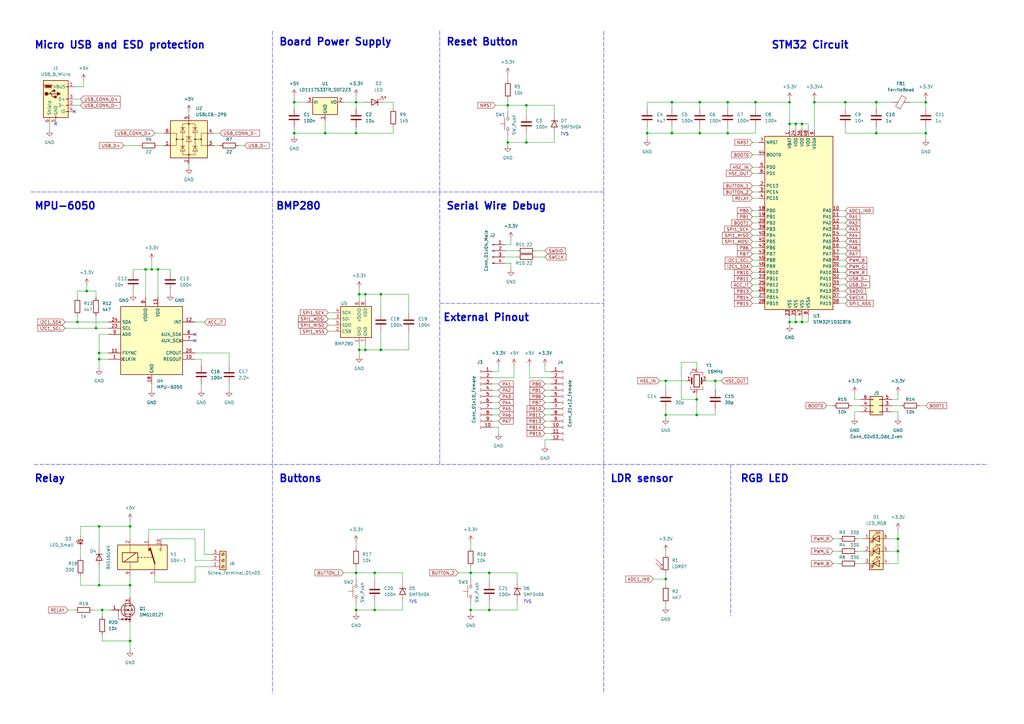
<source format=kicad_sch>
(kicad_sch (version 20211123) (generator eeschema)
  (paper "A3")
  (title_block (title "STM32F103C8T6Duino") (date "2023-02-16") (company "Zenith Aerospace"))
  (junction (at 293.37 156.21))
  (junction (at 285.75 163.83))
  (junction (at 146.05 54.61))
  (junction (at 273.05 156.21))
  (junction (at 40.64 215.9))
  (junction (at 35.56 119.38))
  (junction (at 334.01 41.91))
  (junction (at 379.73 54.61))
  (junction (at 149.86 143.51))
  (junction (at 359.41 41.91))
  (junction (at 149.86 120.65))
  (junction (at 323.85 132.08))
  (junction (at 273.05 237.49))
  (junction (at 309.88 41.91))
  (junction (at 120.65 41.91))
  (junction (at 41.91 250.19))
  (junction (at 275.59 54.61))
  (junction (at 40.64 144.78))
  (junction (at 215.9 58.42))
  (junction (at 287.02 54.61))
  (junction (at 120.65 54.61))
  (junction (at 62.23 110.49))
  (junction (at 153.67 234.95))
  (junction (at 200.66 234.95))
  (junction (at 298.45 54.61))
  (junction (at 328.93 132.08))
  (junction (at 146.05 250.19))
  (junction (at 153.67 250.19))
  (junction (at 273.05 170.18))
  (junction (at 64.77 110.49))
  (junction (at 215.9 43.18))
  (junction (at 156.21 143.51))
  (junction (at 265.43 54.61))
  (junction (at 285.75 170.18))
  (junction (at 53.34 240.03))
  (junction (at 147.32 143.51))
  (junction (at 208.28 58.42))
  (junction (at 39.37 134.62))
  (junction (at 200.66 250.19))
  (junction (at 368.3 220.98))
  (junction (at 147.32 120.65))
  (junction (at 379.73 41.91))
  (junction (at 326.39 132.08))
  (junction (at 328.93 50.8))
  (junction (at 326.39 50.8))
  (junction (at 146.05 41.91))
  (junction (at 298.45 41.91))
  (junction (at 368.3 226.06))
  (junction (at 133.35 54.61))
  (junction (at 31.75 132.08))
  (junction (at 59.69 110.49))
  (junction (at 208.28 43.18))
  (junction (at 323.85 41.91))
  (junction (at 275.59 41.91))
  (junction (at 287.02 41.91))
  (junction (at 359.41 54.61))
  (junction (at 53.34 262.89))
  (junction (at 40.64 147.32))
  (junction (at 156.21 120.65))
  (junction (at 193.04 250.19))
  (junction (at 146.05 234.95))
  (junction (at 323.85 50.8))
  (junction (at 346.71 41.91))
  (junction (at 53.34 215.9))
  (junction (at 193.04 234.95))
  (junction (at 40.64 240.03))
  (no_connect (at 80.01 139.7))
  (no_connect (at 80.01 137.16))
  (no_connect (at 22.86 50.8))
  (no_connect (at 30.48 45.72))
  (wire (pts (xy 298.45 54.61) (xy 287.02 54.61)))
  (wire (pts (xy 308.61 104.14) (xy 311.15 104.14)))
  (wire (pts (xy 223.52 170.18) (xy 226.06 170.18)))
  (wire (pts (xy 146.05 234.95) (xy 146.05 237.49)))
  (wire (pts (xy 368.3 220.98) (xy 368.3 226.06)))
  (wire (pts (xy 207.01 107.95) (xy 209.55 107.95)))
  (wire (pts (xy 193.04 232.41) (xy 193.04 234.95)))
  (wire (pts (xy 273.05 234.95) (xy 273.05 237.49)))
  (wire (pts (xy 82.55 157.48) (xy 82.55 160.02)))
  (wire (pts (xy 267.97 237.49) (xy 273.05 237.49)))
  (wire (pts (xy 165.1 238.76) (xy 165.1 234.95)))
  (wire (pts (xy 165.1 246.38) (xy 165.1 250.19)))
  (wire (pts (xy 208.28 40.64) (xy 208.28 43.18)))
  (wire (pts (xy 133.35 54.61) (xy 146.05 54.61)))
  (wire (pts (xy 298.45 52.07) (xy 298.45 54.61)))
  (wire (pts (xy 146.05 39.37) (xy 146.05 41.91)))
  (wire (pts (xy 33.02 215.9) (xy 40.64 215.9)))
  (wire (pts (xy 201.93 162.56) (xy 204.47 162.56)))
  (wire (pts (xy 308.61 99.06) (xy 311.15 99.06)))
  (wire (pts (xy 212.09 234.95) (xy 200.66 234.95)))
  (wire (pts (xy 287.02 41.91) (xy 287.02 44.45)))
  (wire (pts (xy 215.9 54.61) (xy 215.9 58.42)))
  (wire (pts (xy 285.75 163.83) (xy 285.75 170.18)))
  (wire (pts (xy 34.29 35.56) (xy 34.29 33.02)))
  (wire (pts (xy 368.3 231.14) (xy 364.49 231.14)))
  (wire (pts (xy 120.65 52.07) (xy 120.65 54.61)))
  (wire (pts (xy 328.93 129.54) (xy 328.93 132.08)))
  (wire (pts (xy 38.1 250.19) (xy 41.91 250.19)))
  (polyline (pts (xy 180.34 12.7) (xy 180.34 190.5)))
  (wire (pts (xy 165.1 250.19) (xy 153.67 250.19)))
  (wire (pts (xy 50.8 59.69) (xy 57.15 59.69)))
  (wire (pts (xy 323.85 50.8) (xy 323.85 41.91)))
  (wire (pts (xy 203.2 43.18) (xy 208.28 43.18)))
  (wire (pts (xy 146.05 247.65) (xy 146.05 250.19)))
  (wire (pts (xy 77.47 45.72) (xy 77.47 46.99)))
  (wire (pts (xy 31.75 119.38) (xy 35.56 119.38)))
  (wire (pts (xy 201.93 165.1) (xy 204.47 165.1)))
  (wire (pts (xy 364.49 220.98) (xy 368.3 220.98)))
  (wire (pts (xy 212.09 238.76) (xy 212.09 234.95)))
  (wire (pts (xy 133.35 49.53) (xy 133.35 54.61)))
  (wire (pts (xy 308.61 121.92) (xy 311.15 121.92)))
  (wire (pts (xy 153.67 246.38) (xy 153.67 250.19)))
  (wire (pts (xy 147.32 143.51) (xy 149.86 143.51)))
  (wire (pts (xy 41.91 260.35) (xy 41.91 262.89)))
  (wire (pts (xy 93.98 157.48) (xy 93.98 160.02)))
  (wire (pts (xy 83.82 217.17) (xy 83.82 227.33)))
  (wire (pts (xy 134.62 133.35) (xy 137.16 133.35)))
  (wire (pts (xy 226.06 180.34) (xy 223.52 180.34)))
  (wire (pts (xy 153.67 234.95) (xy 146.05 234.95)))
  (wire (pts (xy 53.34 262.89) (xy 53.34 266.7)))
  (wire (pts (xy 217.17 149.86) (xy 217.17 154.94)))
  (wire (pts (xy 309.88 41.91) (xy 298.45 41.91)))
  (wire (pts (xy 167.64 143.51) (xy 167.64 135.89)))
  (wire (pts (xy 341.63 231.14) (xy 344.17 231.14)))
  (wire (pts (xy 146.05 41.91) (xy 146.05 44.45)))
  (wire (pts (xy 149.86 143.51) (xy 156.21 143.51)))
  (wire (pts (xy 308.61 93.98) (xy 311.15 93.98)))
  (wire (pts (xy 308.61 119.38) (xy 311.15 119.38)))
  (wire (pts (xy 293.37 156.21) (xy 293.37 160.02)))
  (wire (pts (xy 223.52 165.1) (xy 226.06 165.1)))
  (wire (pts (xy 30.48 43.18) (xy 33.02 43.18)))
  (wire (pts (xy 215.9 43.18) (xy 208.28 43.18)))
  (wire (pts (xy 344.17 96.52) (xy 346.71 96.52)))
  (wire (pts (xy 63.5 54.61) (xy 67.31 54.61)))
  (wire (pts (xy 147.32 120.65) (xy 147.32 123.19)))
  (wire (pts (xy 273.05 226.06) (xy 273.05 227.33)))
  (wire (pts (xy 200.66 246.38) (xy 200.66 250.19)))
  (wire (pts (xy 27.94 250.19) (xy 30.48 250.19)))
  (wire (pts (xy 134.62 128.27) (xy 137.16 128.27)))
  (wire (pts (xy 69.85 119.38) (xy 69.85 120.65)))
  (wire (pts (xy 326.39 50.8) (xy 328.93 50.8)))
  (wire (pts (xy 285.75 170.18) (xy 293.37 170.18)))
  (wire (pts (xy 146.05 54.61) (xy 161.29 54.61)))
  (wire (pts (xy 344.17 109.22) (xy 346.71 109.22)))
  (wire (pts (xy 215.9 58.42) (xy 208.28 58.42)))
  (wire (pts (xy 149.86 120.65) (xy 149.86 123.19)))
  (wire (pts (xy 298.45 41.91) (xy 298.45 44.45)))
  (wire (pts (xy 156.21 143.51) (xy 167.64 143.51)))
  (wire (pts (xy 323.85 40.64) (xy 323.85 41.91)))
  (wire (pts (xy 80.01 132.08) (xy 83.82 132.08)))
  (wire (pts (xy 308.61 106.68) (xy 311.15 106.68)))
  (wire (pts (xy 285.75 148.59) (xy 285.75 151.13)))
  (wire (pts (xy 368.3 226.06) (xy 368.3 231.14)))
  (wire (pts (xy 26.67 134.62) (xy 39.37 134.62)))
  (wire (pts (xy 215.9 58.42) (xy 227.33 58.42)))
  (wire (pts (xy 379.73 41.91) (xy 379.73 44.45)))
  (wire (pts (xy 223.52 157.48) (xy 226.06 157.48)))
  (wire (pts (xy 331.47 53.34) (xy 331.47 50.8)))
  (wire (pts (xy 208.28 58.42) (xy 208.28 59.69)))
  (wire (pts (xy 308.61 81.28) (xy 311.15 81.28)))
  (wire (pts (xy 351.79 220.98) (xy 354.33 220.98)))
  (wire (pts (xy 140.97 41.91) (xy 146.05 41.91)))
  (wire (pts (xy 201.93 154.94) (xy 210.82 154.94)))
  (wire (pts (xy 207.01 102.87) (xy 212.09 102.87)))
  (wire (pts (xy 344.17 88.9) (xy 346.71 88.9)))
  (polyline (pts (xy 180.34 124.46) (xy 247.65 124.46)))
  (wire (pts (xy 41.91 250.19) (xy 41.91 252.73)))
  (wire (pts (xy 223.52 167.64) (xy 226.06 167.64)))
  (wire (pts (xy 39.37 121.92) (xy 39.37 119.38)))
  (wire (pts (xy 26.67 132.08) (xy 31.75 132.08)))
  (wire (pts (xy 341.63 220.98) (xy 344.17 220.98)))
  (wire (pts (xy 281.94 156.21) (xy 273.05 156.21)))
  (wire (pts (xy 200.66 234.95) (xy 193.04 234.95)))
  (wire (pts (xy 53.34 236.22) (xy 53.34 240.03)))
  (wire (pts (xy 265.43 54.61) (xy 265.43 57.15)))
  (wire (pts (xy 59.69 110.49) (xy 62.23 110.49)))
  (wire (pts (xy 208.28 43.18) (xy 208.28 45.72)))
  (wire (pts (xy 147.32 118.11) (xy 147.32 120.65)))
  (wire (pts (xy 309.88 52.07) (xy 309.88 54.61)))
  (polyline (pts (xy 13.97 190.5) (xy 405.13 190.5)))
  (wire (pts (xy 350.52 168.91) (xy 353.06 168.91)))
  (wire (pts (xy 40.64 151.13) (xy 40.64 147.32)))
  (wire (pts (xy 273.05 237.49) (xy 273.05 240.03)))
  (wire (pts (xy 346.71 41.91) (xy 346.71 44.45)))
  (wire (pts (xy 323.85 50.8) (xy 326.39 50.8)))
  (wire (pts (xy 201.93 157.48) (xy 204.47 157.48)))
  (wire (pts (xy 219.71 105.41) (xy 223.52 105.41)))
  (wire (pts (xy 193.04 222.25) (xy 193.04 224.79)))
  (wire (pts (xy 351.79 231.14) (xy 354.33 231.14)))
  (wire (pts (xy 53.34 240.03) (xy 40.64 240.03)))
  (wire (pts (xy 364.49 226.06) (xy 368.3 226.06)))
  (wire (pts (xy 146.05 41.91) (xy 149.86 41.91)))
  (wire (pts (xy 365.76 163.83) (xy 368.3 163.83)))
  (wire (pts (xy 308.61 88.9) (xy 311.15 88.9)))
  (polyline (pts (xy 12.7 15.24) (xy 12.7 15.24)))
  (wire (pts (xy 379.73 52.07) (xy 379.73 54.61)))
  (wire (pts (xy 334.01 41.91) (xy 346.71 41.91)))
  (wire (pts (xy 87.63 54.61) (xy 90.17 54.61)))
  (wire (pts (xy 201.93 167.64) (xy 204.47 167.64)))
  (wire (pts (xy 350.52 171.45) (xy 350.52 168.91)))
  (wire (pts (xy 193.04 234.95) (xy 193.04 237.49)))
  (wire (pts (xy 62.23 106.68) (xy 62.23 110.49)))
  (wire (pts (xy 308.61 124.46) (xy 311.15 124.46)))
  (wire (pts (xy 273.05 170.18) (xy 285.75 170.18)))
  (wire (pts (xy 326.39 129.54) (xy 326.39 132.08)))
  (wire (pts (xy 53.34 213.36) (xy 53.34 215.9)))
  (wire (pts (xy 147.32 120.65) (xy 149.86 120.65)))
  (wire (pts (xy 223.52 160.02) (xy 226.06 160.02)))
  (wire (pts (xy 146.05 250.19) (xy 146.05 251.46)))
  (wire (pts (xy 346.71 54.61) (xy 346.71 52.07)))
  (wire (pts (xy 227.33 54.61) (xy 227.33 58.42)))
  (wire (pts (xy 308.61 109.22) (xy 311.15 109.22)))
  (wire (pts (xy 140.97 234.95) (xy 146.05 234.95)))
  (wire (pts (xy 40.64 215.9) (xy 53.34 215.9)))
  (wire (pts (xy 344.17 86.36) (xy 346.71 86.36)))
  (wire (pts (xy 120.65 54.61) (xy 120.65 55.88)))
  (wire (pts (xy 201.93 172.72) (xy 204.47 172.72)))
  (wire (pts (xy 33.02 219.71) (xy 33.02 215.9)))
  (wire (pts (xy 328.93 50.8) (xy 331.47 50.8)))
  (wire (pts (xy 344.17 101.6) (xy 346.71 101.6)))
  (wire (pts (xy 204.47 175.26) (xy 204.47 177.8)))
  (wire (pts (xy 82.55 147.32) (xy 82.55 149.86)))
  (wire (pts (xy 134.62 135.89) (xy 137.16 135.89)))
  (wire (pts (xy 167.64 120.65) (xy 156.21 120.65)))
  (wire (pts (xy 40.64 144.78) (xy 40.64 137.16)))
  (wire (pts (xy 80.01 238.76) (xy 80.01 232.41)))
  (wire (pts (xy 41.91 262.89) (xy 53.34 262.89)))
  (wire (pts (xy 53.34 215.9) (xy 53.34 220.98)))
  (wire (pts (xy 82.55 147.32) (xy 80.01 147.32)))
  (wire (pts (xy 80.01 232.41) (xy 86.36 232.41)))
  (wire (pts (xy 223.52 162.56) (xy 226.06 162.56)))
  (wire (pts (xy 344.17 104.14) (xy 346.71 104.14)))
  (wire (pts (xy 20.32 50.8) (xy 20.32 53.34)))
  (polyline (pts (xy 247.65 78.74) (xy 247.65 284.48)))
  (wire (pts (xy 308.61 71.12) (xy 311.15 71.12)))
  (wire (pts (xy 201.93 160.02) (xy 204.47 160.02)))
  (wire (pts (xy 359.41 41.91) (xy 359.41 44.45)))
  (wire (pts (xy 308.61 111.76) (xy 311.15 111.76)))
  (wire (pts (xy 368.3 217.17) (xy 368.3 220.98)))
  (wire (pts (xy 161.29 44.45) (xy 161.29 41.91)))
  (wire (pts (xy 344.17 106.68) (xy 346.71 106.68)))
  (wire (pts (xy 30.48 40.64) (xy 33.02 40.64)))
  (wire (pts (xy 54.61 110.49) (xy 59.69 110.49)))
  (wire (pts (xy 326.39 132.08) (xy 323.85 132.08)))
  (wire (pts (xy 219.71 102.87) (xy 223.52 102.87)))
  (wire (pts (xy 359.41 54.61) (xy 346.71 54.61)))
  (wire (pts (xy 215.9 46.99) (xy 215.9 43.18)))
  (wire (pts (xy 328.93 132.08) (xy 326.39 132.08)))
  (wire (pts (xy 30.48 35.56) (xy 34.29 35.56)))
  (wire (pts (xy 368.3 171.45) (xy 368.3 168.91)))
  (wire (pts (xy 59.69 110.49) (xy 59.69 121.92)))
  (wire (pts (xy 275.59 41.91) (xy 265.43 41.91)))
  (wire (pts (xy 193.04 247.65) (xy 193.04 250.19)))
  (wire (pts (xy 39.37 134.62) (xy 44.45 134.62)))
  (wire (pts (xy 287.02 54.61) (xy 275.59 54.61)))
  (wire (pts (xy 80.01 220.98) (xy 80.01 229.87)))
  (wire (pts (xy 64.77 121.92) (xy 64.77 110.49)))
  (wire (pts (xy 209.55 107.95) (xy 209.55 110.49)))
  (wire (pts (xy 377.19 166.37) (xy 379.73 166.37)))
  (wire (pts (xy 146.05 232.41) (xy 146.05 234.95)))
  (wire (pts (xy 279.4 148.59) (xy 285.75 148.59)))
  (wire (pts (xy 279.4 163.83) (xy 285.75 163.83)))
  (wire (pts (xy 161.29 52.07) (xy 161.29 54.61)))
  (wire (pts (xy 215.9 43.18) (xy 227.33 43.18)))
  (wire (pts (xy 339.09 166.37) (xy 341.63 166.37)))
  (wire (pts (xy 331.47 129.54) (xy 331.47 132.08)))
  (wire (pts (xy 273.05 170.18) (xy 273.05 171.45)))
  (wire (pts (xy 33.02 240.03) (xy 33.02 236.22)))
  (wire (pts (xy 54.61 111.76) (xy 54.61 110.49)))
  (wire (pts (xy 223.52 172.72) (xy 226.06 172.72)))
  (wire (pts (xy 217.17 154.94) (xy 226.06 154.94)))
  (polyline (pts (xy 111.76 190.5) (xy 111.76 284.48)))
  (wire (pts (xy 93.98 144.78) (xy 80.01 144.78)))
  (wire (pts (xy 223.52 180.34) (xy 223.52 182.88)))
  (wire (pts (xy 346.71 41.91) (xy 359.41 41.91)))
  (wire (pts (xy 308.61 91.44) (xy 311.15 91.44)))
  (wire (pts (xy 212.09 250.19) (xy 200.66 250.19)))
  (wire (pts (xy 293.37 167.64) (xy 293.37 170.18)))
  (wire (pts (xy 60.96 217.17) (xy 83.82 217.17)))
  (wire (pts (xy 323.85 132.08) (xy 323.85 133.35)))
  (wire (pts (xy 146.05 222.25) (xy 146.05 224.79)))
  (wire (pts (xy 273.05 156.21) (xy 273.05 160.02)))
  (wire (pts (xy 53.34 240.03) (xy 53.34 245.11)))
  (wire (pts (xy 350.52 163.83) (xy 350.52 161.29)))
  (wire (pts (xy 149.86 140.97) (xy 149.86 143.51)))
  (wire (pts (xy 120.65 54.61) (xy 133.35 54.61)))
  (wire (pts (xy 341.63 226.06) (xy 344.17 226.06)))
  (wire (pts (xy 156.21 135.89) (xy 156.21 143.51)))
  (wire (pts (xy 165.1 234.95) (xy 153.67 234.95)))
  (wire (pts (xy 308.61 76.2) (xy 311.15 76.2)))
  (wire (pts (xy 40.64 232.41) (xy 40.64 240.03)))
  (wire (pts (xy 167.64 128.27) (xy 167.64 120.65)))
  (wire (pts (xy 223.52 175.26) (xy 226.06 175.26)))
  (wire (pts (xy 63.5 236.22) (xy 63.5 238.76)))
  (wire (pts (xy 344.17 114.3) (xy 346.71 114.3)))
  (wire (pts (xy 120.65 41.91) (xy 120.65 44.45)))
  (wire (pts (xy 359.41 41.91) (xy 365.76 41.91)))
  (wire (pts (xy 80.01 229.87) (xy 86.36 229.87)))
  (wire (pts (xy 156.21 128.27) (xy 156.21 120.65)))
  (wire (pts (xy 69.85 111.76) (xy 69.85 110.49)))
  (wire (pts (xy 279.4 163.83) (xy 279.4 148.59)))
  (wire (pts (xy 40.64 147.32) (xy 44.45 147.32)))
  (wire (pts (xy 40.64 147.32) (xy 40.64 144.78)))
  (wire (pts (xy 60.96 220.98) (xy 60.96 217.17)))
  (wire (pts (xy 39.37 129.54) (xy 39.37 134.62)))
  (wire (pts (xy 344.17 91.44) (xy 346.71 91.44)))
  (wire (pts (xy 31.75 132.08) (xy 44.45 132.08)))
  (wire (pts (xy 87.63 59.69) (xy 90.17 59.69)))
  (wire (pts (xy 64.77 59.69) (xy 67.31 59.69)))
  (wire (pts (xy 323.85 53.34) (xy 323.85 50.8)))
  (wire (pts (xy 379.73 54.61) (xy 379.73 57.15)))
  (wire (pts (xy 275.59 52.07) (xy 275.59 54.61)))
  (polyline (pts (xy 12.7 78.74) (xy 247.65 78.74)))
  (wire (pts (xy 147.32 143.51) (xy 147.32 146.05)))
  (wire (pts (xy 273.05 167.64) (xy 273.05 170.18)))
  (wire (pts (xy 209.55 97.79) (xy 209.55 100.33)))
  (wire (pts (xy 328.93 50.8) (xy 328.93 53.34)))
  (wire (pts (xy 326.39 50.8) (xy 326.39 53.34)))
  (wire (pts (xy 120.65 39.37) (xy 120.65 41.91)))
  (wire (pts (xy 265.43 54.61) (xy 265.43 52.07)))
  (wire (pts (xy 200.66 250.19) (xy 193.04 250.19)))
  (wire (pts (xy 153.67 250.19) (xy 146.05 250.19)))
  (wire (pts (xy 62.23 110.49) (xy 64.77 110.49)))
  (wire (pts (xy 97.79 59.69) (xy 100.33 59.69)))
  (wire (pts (xy 344.17 116.84) (xy 346.71 116.84)))
  (wire (pts (xy 63.5 238.76) (xy 80.01 238.76)))
  (wire (pts (xy 368.3 168.91) (xy 365.76 168.91)))
  (wire (pts (xy 287.02 52.07) (xy 287.02 54.61)))
  (wire (pts (xy 41.91 250.19) (xy 45.72 250.19)))
  (wire (pts (xy 273.05 247.65) (xy 273.05 248.92)))
  (wire (pts (xy 209.55 100.33) (xy 207.01 100.33)))
  (wire (pts (xy 62.23 157.48) (xy 62.23 160.02)))
  (wire (pts (xy 39.37 119.38) (xy 35.56 119.38)))
  (wire (pts (xy 344.17 93.98) (xy 346.71 93.98)))
  (wire (pts (xy 201.93 175.26) (xy 204.47 175.26)))
  (wire (pts (xy 308.61 114.3) (xy 311.15 114.3)))
  (wire (pts (xy 308.61 58.42) (xy 311.15 58.42)))
  (wire (pts (xy 323.85 129.54) (xy 323.85 132.08)))
  (wire (pts (xy 40.64 144.78) (xy 44.45 144.78)))
  (wire (pts (xy 344.17 121.92) (xy 346.71 121.92)))
  (wire (pts (xy 120.65 41.91) (xy 125.73 41.91)))
  (wire (pts (xy 212.09 246.38) (xy 212.09 250.19)))
  (wire (pts (xy 368.3 163.83) (xy 368.3 161.29)))
  (wire (pts (xy 334.01 40.64) (xy 334.01 41.91)))
  (wire (pts (xy 334.01 53.34) (xy 334.01 41.91)))
  (wire (pts (xy 33.02 224.79) (xy 33.02 228.6)))
  (wire (pts (xy 31.75 121.92) (xy 31.75 119.38)))
  (wire (pts (xy 153.67 238.76) (xy 153.67 234.95)))
  (wire (pts (xy 349.25 166.37) (xy 353.06 166.37)))
  (wire (pts (xy 66.04 220.98) (xy 80.01 220.98)))
  (wire (pts (xy 298.45 41.91) (xy 287.02 41.91)))
  (wire (pts (xy 187.96 234.95) (xy 193.04 234.95)))
  (wire (pts (xy 308.61 116.84) (xy 311.15 116.84)))
  (wire (pts (xy 40.64 215.9) (xy 40.64 224.79)))
  (wire (pts (xy 275.59 54.61) (xy 265.43 54.61)))
  (polyline (pts (xy 111.76 78.74) (xy 111.76 190.5)))
  (wire (pts (xy 35.56 116.84) (xy 35.56 119.38)))
  (wire (pts (xy 161.29 41.91) (xy 157.48 41.91)))
  (wire (pts (xy 40.64 137.16) (xy 44.45 137.16)))
  (wire (pts (xy 379.73 54.61) (xy 359.41 54.61)))
  (wire (pts (xy 270.51 156.21) (xy 273.05 156.21)))
  (wire (pts (xy 204.47 152.4) (xy 204.47 149.86)))
  (wire (pts (xy 223.52 152.4) (xy 223.52 149.86)))
  (wire (pts (xy 53.34 262.89) (xy 53.34 255.27)))
  (polyline (pts (xy 299.72 190.5) (xy 299.72 252.73)))
  (wire (pts (xy 308.61 101.6) (xy 311.15 101.6)))
  (wire (pts (xy 308.61 96.52) (xy 311.15 96.52)))
  (polyline (pts (xy 111.76 12.7) (xy 111.76 78.74)))
  (wire (pts (xy 285.75 161.29) (xy 285.75 163.83)))
  (wire (pts (xy 308.61 63.5) (xy 311.15 63.5)))
  (wire (pts (xy 77.47 67.31) (xy 77.47 68.58)))
  (wire (pts (xy 353.06 163.83) (xy 350.52 163.83)))
  (wire (pts (xy 344.17 119.38) (xy 346.71 119.38)))
  (wire (pts (xy 64.77 110.49) (xy 69.85 110.49)))
  (wire (pts (xy 365.76 166.37) (xy 369.57 166.37)))
  (wire (pts (xy 227.33 46.99) (xy 227.33 43.18)))
  (wire (pts (xy 201.93 152.4) (xy 204.47 152.4)))
  (wire (pts (xy 331.47 132.08) (xy 328.93 132.08)))
  (wire (pts (xy 289.56 156.21) (xy 293.37 156.21)))
  (wire (pts (xy 293.37 156.21) (xy 295.91 156.21)))
  (wire (pts (xy 207.01 105.41) (xy 212.09 105.41)))
  (wire (pts (xy 31.75 129.54) (xy 31.75 132.08)))
  (wire (pts (xy 344.17 111.76) (xy 346.71 111.76)))
  (wire (pts (xy 208.28 55.88) (xy 208.28 58.42)))
  (wire (pts (xy 83.82 227.33) (xy 86.36 227.33)))
  (wire (pts (xy 208.28 30.48) (xy 208.28 33.02)))
  (wire (pts (xy 359.41 52.07) (xy 359.41 54.61)))
  (wire (pts (xy 54.61 119.38) (xy 54.61 120.65)))
  (wire (pts (xy 309.88 54.61) (xy 298.45 54.61)))
  (wire (pts (xy 308.61 78.74) (xy 311.15 78.74)))
  (wire (pts (xy 146.05 52.07) (xy 146.05 54.61)))
  (wire (pts (xy 134.62 130.81) (xy 137.16 130.81)))
  (wire (pts (xy 193.04 250.19) (xy 193.04 251.46)))
  (polyline (pts (xy 247.65 12.7) (xy 247.65 78.74)))
  (wire (pts (xy 373.38 41.91) (xy 379.73 41.91)))
  (wire (pts (xy 308.61 68.58) (xy 311.15 68.58)))
  (wire (pts (xy 323.85 41.91) (xy 309.88 41.91)))
  (wire (pts (xy 156.21 120.65) (xy 149.86 120.65)))
  (wire (pts (xy 287.02 41.91) (xy 275.59 41.91)))
  (wire (pts (xy 351.79 226.06) (xy 354.33 226.06)))
  (wire (pts (xy 147.32 140.97) (xy 147.32 143.51)))
  (wire (pts (xy 379.73 40.64) (xy 379.73 41.91)))
  (wire (pts (xy 210.82 154.94) (xy 210.82 149.86)))
  (wire (pts (xy 344.17 124.46) (xy 346.71 124.46)))
  (wire (pts (xy 275.59 41.91) (xy 275.59 44.45)))
  (wire (pts (xy 226.06 152.4) (xy 223.52 152.4)))
  (wire (pts (xy 223.52 177.8) (xy 226.06 177.8)))
  (wire (pts (xy 265.43 41.91) (xy 265.43 44.45)))
  (wire (pts (xy 201.93 170.18) (xy 204.47 170.18)))
  (wire (pts (xy 200.66 238.76) (xy 200.66 234.95)))
  (wire (pts (xy 308.61 86.36) (xy 311.15 86.36)))
  (wire (pts (xy 93.98 149.86) (xy 93.98 144.78)))
  (wire (pts (xy 344.17 99.06) (xy 346.71 99.06)))
  (wire (pts (xy 309.88 41.91) (xy 309.88 44.45)))
  (wire (pts (xy 40.64 240.03) (xy 33.02 240.03)))
  (text "TVS" (at 214.63 247.65 0) (effects (font (size 1.27 1.27)) (justify left bottom)))
  (text "Board Power Supply" (at 114.3 19.05 0) (effects (font (size 3 3) (thickness 0.6) bold) (justify left bottom)))
  (text "Buttons" (at 114.3 198.12 0) (effects (font (size 3 3) (thickness 0.6) bold) (justify left bottom)))
  (text "TVS" (at 167.64 247.65 0) (effects (font (size 1.27 1.27)) (justify left bottom)))
  (text "RGB LED" (at 303.53 198.12 0) (effects (font (size 3 3) (thickness 0.6) bold) (justify left bottom)))
  (text "Relay" (at 13.97 198.12 0) (effects (font (size 3 3) (thickness 0.6) bold) (justify left bottom)))
  (text "LDR sensor" (at 250.19 198.12 0) (effects (font (size 3 3) (thickness 0.6) bold) (justify left bottom)))
  (text "BMP280" (at 113.03 86.36 0) (effects (font (size 3 3) (thickness 0.6) bold) (justify left bottom)))
  (text "MPU-6050" (at 13.97 86.36 0) (effects (font (size 3 3) (thickness 0.6) bold) (justify left bottom)))
  (text "STM32 Circuit" (at 316.23 20.32 0) (effects (font (size 3 3) (thickness 0.6) bold) (justify left bottom)))
  (text "TVS" (at 229.87 55.88 0) (effects (font (size 1.27 1.27)) (justify left bottom)))
  (text "Reset Button" (at 182.88 19.05 0) (effects (font (size 3 3) (thickness 0.6) bold) (justify left bottom)))
  (text "Micro USB and ESD protection" (at 13.97 20.32 0) (effects (font (size 3 3) (thickness 0.6) bold) (justify left bottom)))
  (text "Serial Wire Debug" (at 182.88 86.36 0) (effects (font (size 3 3) (thickness 0.6) bold) (justify left bottom)))
  (text "External Pinout" (at 181.61 132.08 0) (effects (font (size 3 3) (thickness 0.6) bold) (justify left bottom)))
  (global_label "PB1" (shape input) (at 223.52 160.02 180) (property "Intersheet References" "${INTERSHEET_REFS}" (effects hide)))
  (global_label "USB_D-" (shape input) (at 100.33 59.69 0) (property "Intersheet References" "${INTERSHEET_REFS}" (effects hide)))
  (global_label "HSE_IN" (shape input) (at 270.51 156.21 180) (property "Intersheet References" "${INTERSHEET_REFS}" (effects hide)))
  (global_label "USB_CONN_D-" (shape input) (at 33.02 43.18 0) (property "Intersheet References" "${INTERSHEET_REFS}" (effects hide)))
  (global_label "PA5" (shape input) (at 204.47 167.64 0) (property "Intersheet References" "${INTERSHEET_REFS}" (effects hide)))
  (global_label "SWDIO" (shape input) (at 223.52 102.87 0) (property "Intersheet References" "${INTERSHEET_REFS}" (effects hide)))
  (global_label "PB0" (shape input) (at 223.52 157.48 180) (property "Intersheet References" "${INTERSHEET_REFS}" (effects hide)))
  (global_label "SWDIO" (shape input) (at 346.71 119.38 0) (property "Intersheet References" "${INTERSHEET_REFS}" (effects hide)))
  (global_label "ACC_IT" (shape input) (at 83.82 132.08 0) (property "Intersheet References" "${INTERSHEET_REFS}" (effects hide)))
  (global_label "USB_D+" (shape input) (at 346.71 116.84 0) (property "Intersheet References" "${INTERSHEET_REFS}" (effects hide)))
  (global_label "USB_D+" (shape input) (at 50.8 59.69 180) (property "Intersheet References" "${INTERSHEET_REFS}" (effects hide)))
  (global_label "PA1" (shape input) (at 346.71 88.9 0) (property "Intersheet References" "${INTERSHEET_REFS}" (effects hide)))
  (global_label "PA1" (shape input) (at 204.47 157.48 0) (property "Intersheet References" "${INTERSHEET_REFS}" (effects hide)))
  (global_label "PB11" (shape input) (at 308.61 114.3 180) (property "Intersheet References" "${INTERSHEET_REFS}" (effects hide)))
  (global_label "PB7" (shape input) (at 308.61 104.14 180) (property "Intersheet References" "${INTERSHEET_REFS}" (effects hide)))
  (global_label "PB11" (shape input) (at 223.52 170.18 180) (property "Intersheet References" "${INTERSHEET_REFS}" (effects hide)))
  (global_label "PA6" (shape input) (at 346.71 101.6 0) (property "Intersheet References" "${INTERSHEET_REFS}" (effects hide)))
  (global_label "PB15" (shape input) (at 308.61 124.46 180) (property "Intersheet References" "${INTERSHEET_REFS}" (effects hide)))
  (global_label "PB10" (shape input) (at 223.52 167.64 180) (property "Intersheet References" "${INTERSHEET_REFS}" (effects hide)))
  (global_label "I2C1_SDA" (shape input) (at 26.67 132.08 180) (property "Intersheet References" "${INTERSHEET_REFS}" (effects hide)))
  (global_label "PA4" (shape input) (at 204.47 165.1 0) (property "Intersheet References" "${INTERSHEET_REFS}" (effects hide)))
  (global_label "PA2" (shape input) (at 204.47 160.02 0) (property "Intersheet References" "${INTERSHEET_REFS}" (effects hide)))
  (global_label "SPI1_NSS" (shape input) (at 134.62 135.89 180) (property "Intersheet References" "${INTERSHEET_REFS}" (effects hide)))
  (global_label "BUTTON_1" (shape input) (at 140.97 234.95 180) (effects (font italic)) (property "Intersheet References" "${INTERSHEET_REFS}" (effects hide)))
  (global_label "SPI1_MOSI" (shape input) (at 308.61 99.06 180) (property "Intersheet References" "${INTERSHEET_REFS}" (effects hide)))
  (global_label "SPI1_MOSI" (shape input) (at 134.62 130.81 180) (property "Intersheet References" "${INTERSHEET_REFS}" (effects hide)))
  (global_label "PB13" (shape input) (at 308.61 119.38 180) (property "Intersheet References" "${INTERSHEET_REFS}" (effects hide)))
  (global_label "BOOT0" (shape input) (at 339.09 166.37 180) (property "Intersheet References" "${INTERSHEET_REFS}" (effects hide)))
  (global_label "SPI1_SCK" (shape input) (at 308.61 93.98 180) (property "Intersheet References" "${INTERSHEET_REFS}" (effects hide)))
  (global_label "PB0" (shape input) (at 308.61 86.36 180) (property "Intersheet References" "${INTERSHEET_REFS}" (effects hide)))
  (global_label "PWM_B" (shape input) (at 346.71 106.68 0) (property "Intersheet References" "${INTERSHEET_REFS}" (effects hide)))
  (global_label "PWM_B" (shape input) (at 341.63 231.14 180) (property "Intersheet References" "${INTERSHEET_REFS}" (effects hide)))
  (global_label "PWM_R" (shape input) (at 341.63 220.98 180) (property "Intersheet References" "${INTERSHEET_REFS}" (effects hide)))
  (global_label "PB1" (shape input) (at 308.61 88.9 180) (property "Intersheet References" "${INTERSHEET_REFS}" (effects hide)))
  (global_label "RELAY" (shape input) (at 27.94 250.19 180) (property "Intersheet References" "${INTERSHEET_REFS}" (effects hide)))
  (global_label "USB_D-" (shape input) (at 346.71 114.3 0) (property "Intersheet References" "${INTERSHEET_REFS}" (effects hide)))
  (global_label "HSE_OUT" (shape input) (at 295.91 156.21 0) (property "Intersheet References" "${INTERSHEET_REFS}" (effects hide)))
  (global_label "PB10" (shape input) (at 308.61 111.76 180) (property "Intersheet References" "${INTERSHEET_REFS}" (effects hide)))
  (global_label "PB6" (shape input) (at 308.61 101.6 180) (property "Intersheet References" "${INTERSHEET_REFS}" (effects hide)))
  (global_label "PA5" (shape input) (at 346.71 99.06 0) (property "Intersheet References" "${INTERSHEET_REFS}" (effects hide)))
  (global_label "PA7" (shape input) (at 346.71 104.14 0) (property "Intersheet References" "${INTERSHEET_REFS}" (effects hide)))
  (global_label "I2C1_SDA" (shape input) (at 308.61 109.22 180) (property "Intersheet References" "${INTERSHEET_REFS}" (effects hide)))
  (global_label "ADC1_IN0" (shape input) (at 267.97 237.49 180) (property "Intersheet References" "${INTERSHEET_REFS}" (effects hide)))
  (global_label "BUTTON_2" (shape input) (at 187.96 234.95 180) (property "Intersheet References" "${INTERSHEET_REFS}" (effects hide)))
  (global_label "PA3" (shape input) (at 204.47 162.56 0) (property "Intersheet References" "${INTERSHEET_REFS}" (effects hide)))
  (global_label "PWM_G" (shape input) (at 346.71 109.22 0) (property "Intersheet References" "${INTERSHEET_REFS}" (effects hide)))
  (global_label "PA3" (shape input) (at 346.71 93.98 0) (property "Intersheet References" "${INTERSHEET_REFS}" (effects hide)))
  (global_label "PB13" (shape input) (at 223.52 172.72 180) (property "Intersheet References" "${INTERSHEET_REFS}" (effects hide)))
  (global_label "PB14" (shape input) (at 308.61 121.92 180) (property "Intersheet References" "${INTERSHEET_REFS}" (effects hide)))
  (global_label "BUTTON_2" (shape input) (at 308.61 78.74 180) (property "Intersheet References" "${INTERSHEET_REFS}" (effects hide)))
  (global_label "PB15" (shape input) (at 223.52 177.8 180) (property "Intersheet References" "${INTERSHEET_REFS}" (effects hide)))
  (global_label "I2C1_SCL" (shape input) (at 26.67 134.62 180) (property "Intersheet References" "${INTERSHEET_REFS}" (effects hide)))
  (global_label "BOOT1" (shape input) (at 308.61 91.44 180) (property "Intersheet References" "${INTERSHEET_REFS}" (effects hide)))
  (global_label "SPI1_SCK" (shape input) (at 134.62 128.27 180) (property "Intersheet References" "${INTERSHEET_REFS}" (effects hide)))
  (global_label "ADC1_IN0" (shape input) (at 346.71 86.36 0) (property "Intersheet References" "${INTERSHEET_REFS}" (effects hide)))
  (global_label "HSE_IN" (shape input) (at 308.61 68.58 180) (property "Intersheet References" "${INTERSHEET_REFS}" (effects hide)))
  (global_label "USB_CONN_D+" (shape input) (at 63.5 54.61 180) (property "Intersheet References" "${INTERSHEET_REFS}" (effects hide)))
  (global_label "PWM_R" (shape input) (at 346.71 111.76 0) (property "Intersheet References" "${INTERSHEET_REFS}" (effects hide)))
  (global_label "BUTTON_1" (shape input) (at 308.61 76.2 180) (property "Intersheet References" "${INTERSHEET_REFS}" (effects hide)))
  (global_label "PA4" (shape input) (at 346.71 96.52 0) (property "Intersheet References" "${INTERSHEET_REFS}" (effects hide)))
  (global_label "SWCLK" (shape input) (at 223.52 105.41 0) (property "Intersheet References" "${INTERSHEET_REFS}" (effects hide)))
  (global_label "PB6" (shape input) (at 223.52 162.56 180) (property "Intersheet References" "${INTERSHEET_REFS}" (effects hide)))
  (global_label "BOOT0" (shape input) (at 308.61 63.5 180) (property "Intersheet References" "${INTERSHEET_REFS}" (effects hide)))
  (global_label "SPI1_MISO" (shape input) (at 308.61 96.52 180) (property "Intersheet References" "${INTERSHEET_REFS}" (effects hide)))
  (global_label "PB14" (shape input) (at 223.52 175.26 180) (property "Intersheet References" "${INTERSHEET_REFS}" (effects hide)))
  (global_label "SPI1_NSS" (shape input) (at 346.71 124.46 0) (property "Intersheet References" "${INTERSHEET_REFS}" (effects hide)))
  (global_label "PA6" (shape input) (at 204.47 170.18 0) (property "Intersheet References" "${INTERSHEET_REFS}" (effects hide)))
  (global_label "SPI1_MISO" (shape input) (at 134.62 133.35 180) (property "Intersheet References" "${INTERSHEET_REFS}" (effects hide)))
  (global_label "RELAY" (shape input) (at 308.61 81.28 180) (property "Intersheet References" "${INTERSHEET_REFS}" (effects hide)))
  (global_label "PA2" (shape input) (at 346.71 91.44 0) (property "Intersheet References" "${INTERSHEET_REFS}" (effects hide)))
  (global_label "PA7" (shape input) (at 204.47 172.72 0) (property "Intersheet References" "${INTERSHEET_REFS}" (effects hide)))
  (global_label "PWM_G" (shape input) (at 341.63 226.06 180) (property "Intersheet References" "${INTERSHEET_REFS}" (effects hide)))
  (global_label "SWCLK" (shape input) (at 346.71 121.92 0) (property "Intersheet References" "${INTERSHEET_REFS}" (effects hide)))
  (global_label "I2C1_SCL" (shape input) (at 308.61 106.68 180) (property "Intersheet References" "${INTERSHEET_REFS}" (effects hide)))
  (global_label "BOOT1" (shape input) (at 379.73 166.37 0) (property "Intersheet References" "${INTERSHEET_REFS}" (effects hide)))
  (global_label "NRST" (shape input) (at 308.61 58.42 180) (property "Intersheet References" "${INTERSHEET_REFS}" (effects hide)))
  (global_label "PB7" (shape input) (at 223.52 165.1 180) (property "Intersheet References" "${INTERSHEET_REFS}" (effects hide)))
  (global_label "NRST" (shape input) (at 203.2 43.18 180) (property "Intersheet References" "${INTERSHEET_REFS}" (effects hide)))
  (global_label "USB_CONN_D-" (shape input) (at 90.17 54.61 0) (property "Intersheet References" "${INTERSHEET_REFS}" (effects hide)))
  (global_label "HSE_OUT" (shape input) (at 308.61 71.12 180) (property "Intersheet References" "${INTERSHEET_REFS}" (effects hide)))
  (global_label "ACC_IT" (shape input) (at 308.61 116.84 180) (property "Intersheet References" "${INTERSHEET_REFS}" (effects hide)))
  (global_label "USB_CONN_D+" (shape input) (at 33.02 40.64 0) (property "Intersheet References" "${INTERSHEET_REFS}" (effects hide)))
  (symbol (lib_id "power:+5V") (at 210.82 149.86 0) (unit 1)
    (property "Reference" "#PWR023" (effects hide))
    (property "Value" "+5V" (at 210.82 144.78 0))
  )
  (symbol (lib_id "power:GND") (at 273.05 171.45 0) (unit 1)
    (property "Reference" "#PWR031" (effects hide))
    (property "Value" "GND" (at 273.05 176.53 0))
  )
  (symbol (lib_id "power:+3.3V") (at 273.05 226.06 0) (unit 1)
    (property "Reference" "#PWR01" (effects hide))
    (property "Value" "+3.3V" (at 273.05 220.98 0))
  )
  (symbol (lib_id "power:GND") (at 82.55 160.02 0) (unit 1)
    (property "Reference" "#PWR035" (effects hide))
    (property "Value" "GND" (at 82.55 165.1 0))
  )
  (symbol (lib_id "Sensor_Pressure:BMP280") (at 147.32 133.35 0) (unit 1)
    (property "Reference" "U5" (at 139.7 124.46 0) (effects (justify left)))
    (property "Value" "BMP280" (at 137.16 140.97 0) (effects (justify left)))
    (property "Footprint" "Package_LGA:Bosch_LGA-8_2x2.5mm_P0.65mm_ClockwisePinNumbering" (effects hide))
    (property "Datasheet" "https://ae-bst.resource.bosch.com/media/_tech/media/datasheets/BST-BMP280-DS001.pdf" (effects hide))
  )
  (symbol (lib_id "Device:C") (at 275.59 48.26 0) (unit 1)
    (property "Reference" "C5" (at 279.4 46.9899 0) (effects (justify left)))
    (property "Value" "100n" (at 279.4 49.5299 0) (effects (justify left)))
    (property "Footprint" "Capacitor_SMD:C_0603_1608Metric" (effects hide))
  )
  (symbol (lib_id "power:+5V") (at 217.17 149.86 0) (unit 1)
    (property "Reference" "#PWR024" (effects hide))
    (property "Value" "+5V" (at 217.17 144.78 0))
  )
  (symbol (lib_id "Connector:Conn_01x12_Female") (at 231.14 165.1 0) (unit 1)
    (property "Reference" "J4" (at 228.6 148.59 0) (effects (justify left)))
    (property "Value" "Conn_01x12_Female" (at 233.68 175.26 90) (effects (justify left)))
    (property "Footprint" "Connector_PinSocket_2.54mm:PinSocket_1x12_P2.54mm_Vertical" (effects hide))
  )
  (symbol (lib_id "power:+3.3V") (at 146.05 222.25 0) (unit 1)
    (property "Reference" "#PWR044" (effects hide))
    (property "Value" "+3.3V" (at 146.05 217.17 0))
  )
  (symbol (lib_id "Device:LED") (at 153.67 41.91 180) (unit 1)
    (property "Reference" "D2" (at 155.2575 34.29 0))
    (property "Value" "LED" (at 155.2575 36.83 0))
    (property "Footprint" "LED_SMD:LED_0603_1608Metric" (effects hide))
  )
  (symbol (lib_id "Diode:SMF5V0A") (at 227.33 50.8 270) (unit 1)
    (property "Reference" "D7" (at 229.87 49.5299 90) (effects (justify left)))
    (property "Value" "SMF5V0A" (at 229.87 52.0699 90) (effects (justify left)))
    (property "Footprint" "Diode_SMD:D_SMF" (effects hide))
    (property "Datasheet" "https://www.vishay.com/doc?85881" (effects hide))
  )
  (symbol (lib_id "power:GND") (at 350.52 171.45 0) (unit 1)
    (property "Reference" "#PWR042" (effects hide))
    (property "Value" "GND" (at 350.52 176.53 0))
  )
  (symbol (lib_id "Device:C") (at 273.05 163.83 0) (unit 1)
    (property "Reference" "C14" (at 265.43 162.56 0) (effects (justify left)))
    (property "Value" "30p" (at 276.86 165.0999 0) (effects (justify left)))
    (property "Footprint" "Capacitor_SMD:C_0805_2012Metric" (effects hide))
  )
  (symbol (lib_id "Connector:USB_B_Micro") (at 22.86 40.64 0) (unit 1)
    (property "Reference" "J1" (at 22.86 27.94 0))
    (property "Value" "USB_B_Micro" (at 22.86 30.48 0))
    (property "Footprint" "Connector_USB:USB_Micro-B_Molex_47346-0001" (effects hide))
  )
  (symbol (lib_id "power:GND") (at 146.05 251.46 0) (unit 1)
    (property "Reference" "#PWR046" (effects hide))
    (property "Value" "GND" (at 146.05 256.54 0))
  )
  (symbol (lib_id "Power_Protection:USBLC6-2P6") (at 77.47 57.15 0) (unit 1)
    (property "Reference" "U2" (at 80.2387 44.45 0) (effects (justify left)))
    (property "Value" "USBLC6-2P6" (at 80.2387 46.99 0) (effects (justify left)))
    (property "Footprint" "Package_TO_SOT_SMD:SOT-666" (effects hide))
    (property "Datasheet" "https://www.st.com/resource/en/datasheet/usblc6-2.pdf" (effects hide))
  )
  (symbol (lib_id "Device:R") (at 93.98 59.69 90) (unit 1)
    (property "Reference" "R7" (at 93.98 57.15 90))
    (property "Value" "22" (at 93.98 62.23 90))
    (property "Footprint" "Resistor_SMD:R_0805_2012Metric" (effects hide))
  )
  (symbol (lib_id "power:GND") (at 147.32 146.05 0) (unit 1)
    (property "Reference" "#PWR038" (effects hide))
    (property "Value" "GND" (at 147.32 151.13 0))
  )
  (symbol (lib_id "Device:C") (at 156.21 132.08 0) (unit 1)
    (property "Reference" "C18" (at 160.02 130.8099 0) (effects (justify left)))
    (property "Value" "100n" (at 160.02 133.3499 0) (effects (justify left)))
    (property "Footprint" "Capacitor_SMD:C_0805_2012Metric" (effects hide))
  )
  (symbol (lib_id "Diode:SMF5V0A") (at 212.09 242.57 270) (unit 1)
    (property "Reference" "D6" (at 214.63 241.2999 90) (effects (justify left)))
    (property "Value" "SMF5V0A" (at 214.63 243.8399 90) (effects (justify left)))
    (property "Footprint" "Diode_SMD:D_SMF" (effects hide))
    (property "Datasheet" "https://www.vishay.com/doc?85881" (effects hide))
  )
  (symbol (lib_id "Device:R") (at 347.98 231.14 90) (unit 1)
    (property "Reference" "R8" (at 345.44 228.6 90))
    (property "Value" "330" (at 350.52 228.6 90))
    (property "Footprint" "Resistor_SMD:R_0805_2012Metric" (effects hide))
  )
  (symbol (lib_id "Device:R") (at 347.98 220.98 90) (unit 1)
    (property "Reference" "R3" (at 345.44 218.44 90))
    (property "Value" "330" (at 350.52 218.44 90))
    (property "Footprint" "Resistor_SMD:R_0805_2012Metric" (effects hide))
  )
  (symbol (lib_id "Device:LED_RGB") (at 359.41 226.06 0) (unit 1)
    (property "Reference" "D1" (at 359.41 212.09 0))
    (property "Value" "LED_RGB" (at 359.41 214.63 0))
    (property "Footprint" "LED_SMD:LED_RGB_5050-6" (effects hide))
  )
  (symbol (lib_id "power:GND") (at 69.85 120.65 0) (unit 1)
    (property "Reference" "#PWR028" (effects hide))
    (property "Value" "GND" (at 73.66 123.19 0))
  )
  (symbol (lib_id "Device:C") (at 69.85 115.57 0) (unit 1)
    (property "Reference" "C13" (at 73.66 114.2999 0) (effects (justify left)))
    (property "Value" "100n" (at 73.66 116.8399 0) (effects (justify left)))
    (property "Footprint" "Capacitor_SMD:C_0603_1608Metric" (effects hide))
  )
  (symbol (lib_id "Device:C") (at 167.64 132.08 0) (unit 1)
    (property "Reference" "C19" (at 171.45 130.8099 0) (effects (justify left)))
    (property "Value" "100n" (at 171.45 133.3499 0) (effects (justify left)))
    (property "Footprint" "Capacitor_SMD:C_0805_2012Metric" (effects hide))
  )
  (symbol (lib_id "Device:R") (at 33.02 232.41 0) (unit 1)
    (property "Reference" "R18" (at 27.94 231.14 0) (effects (justify left)))
    (property "Value" "330" (at 26.67 233.68 0) (effects (justify left)))
    (property "Footprint" "Resistor_SMD:R_0805_2012Metric" (effects hide))
  )
  (symbol (lib_id "power:GND") (at 223.52 182.88 0) (unit 1)
    (property "Reference" "#PWR030" (effects hide))
    (property "Value" "GND" (at 223.52 187.96 0))
  )
  (symbol (lib_id "power:+3.3V") (at 35.56 116.84 0) (unit 1)
    (property "Reference" "#PWR026" (effects hide))
    (property "Value" "+3.3V" (at 35.56 111.76 0))
  )
  (symbol (lib_id "Connector:Screw_Terminal_01x03") (at 91.44 229.87 0) (mirror x) (unit 1)
    (property "Reference" "J6" (at 93.98 231.1401 0) (effects (justify left)))
    (property "Value" "Screw_Terminal_01x03" (at 85.09 234.95 0) (effects (justify left)))
    (property "Footprint" "TerminalBlock_4Ucon:TerminalBlock_4Ucon_1x03_P3.50mm_Vertical" (effects hide))
  )
  (symbol (lib_id "Device:C") (at 265.43 48.26 0) (unit 1)
    (property "Reference" "C4" (at 269.24 46.9899 0) (effects (justify left)))
    (property "Value" "4u7" (at 269.24 49.5299 0) (effects (justify left)))
    (property "Footprint" "Capacitor_SMD:C_0805_2012Metric" (effects hide))
  )
  (symbol (lib_id "power:GND") (at 20.32 53.34 0) (unit 1)
    (property "Reference" "#PWR010" (effects hide))
    (property "Value" "GND" (at 20.32 58.42 0))
  )
  (symbol (lib_id "Transistor_FET:DMG1012T") (at 50.8 250.19 0) (unit 1)
    (property "Reference" "Q1" (at 57.15 249.6184 0) (effects (justify left)))
    (property "Value" "DMG1012T" (at 57.15 252.1584 0) (effects (justify left)))
    (property "Footprint" "Package_TO_SOT_SMD:SOT-523" (effects hide))
    (property "Datasheet" "https://www.diodes.com/assets/Datasheets/ds31783.pdf" (effects hide))
  )
  (symbol (lib_id "power:+3.3V") (at 193.04 222.25 0) (unit 1)
    (property "Reference" "#PWR045" (effects hide))
    (property "Value" "+3.3V" (at 193.04 217.17 0))
  )
  (symbol (lib_id "Device:R") (at 161.29 48.26 0) (unit 1)
    (property "Reference" "R9" (at 163.83 46.9899 0) (effects (justify left)))
    (property "Value" "1k5" (at 163.83 49.5299 0) (effects (justify left)))
    (property "Footprint" "Resistor_SMD:R_0805_2012Metric" (effects hide))
  )
  (symbol (lib_id "Device:C") (at 200.66 242.57 0) (unit 1)
    (property "Reference" "C21" (at 204.47 241.2999 0) (effects (justify left)))
    (property "Value" "100n" (at 204.47 243.84 0) (effects (justify left)))
    (property "Footprint" "Capacitor_SMD:C_0805_2012Metric" (effects hide))
  )
  (symbol (lib_id "Device:R") (at 34.29 250.19 90) (unit 1)
    (property "Reference" "R19" (at 34.29 247.65 90))
    (property "Value" "1k" (at 34.29 252.73 90))
    (property "Footprint" "Resistor_SMD:R_0805_2012Metric" (effects hide))
  )
  (symbol (lib_id "power:GND") (at 40.64 151.13 0) (unit 1)
    (property "Reference" "#PWR032" (effects hide))
    (property "Value" "GND" (at 40.64 156.21 0))
  )
  (symbol (lib_id "Device:R") (at 41.91 256.54 0) (unit 1)
    (property "Reference" "R20" (at 44.45 255.2699 0) (effects (justify left)))
    (property "Value" "10k" (at 44.45 257.8099 0) (effects (justify left)))
    (property "Footprint" "Resistor_SMD:R_0805_2012Metric" (effects hide))
  )
  (symbol (lib_id "power:GND") (at 53.34 266.7 0) (unit 1)
    (property "Reference" "#PWR048" (effects hide))
    (property "Value" "GND" (at 53.34 271.78 0))
  )
  (symbol (lib_id "power:+3.3V") (at 147.32 118.11 0) (unit 1)
    (property "Reference" "#PWR033" (effects hide))
    (property "Value" "+3.3V" (at 147.32 113.03 0))
  )
  (symbol (lib_id "power:GND") (at 379.73 57.15 0) (unit 1)
    (property "Reference" "#PWR020" (effects hide))
    (property "Value" "GND" (at 379.73 62.23 0))
  )
  (symbol (lib_id "Device:C") (at 298.45 48.26 0) (unit 1)
    (property "Reference" "C7" (at 302.26 46.9899 0) (effects (justify left)))
    (property "Value" "100n" (at 302.26 49.5299 0) (effects (justify left)))
    (property "Footprint" "Capacitor_SMD:C_0603_1608Metric" (effects hide))
  )
  (symbol (lib_id "Device:C") (at 153.67 242.57 0) (unit 1)
    (property "Reference" "C20" (at 157.48 241.2999 0) (effects (justify left)))
    (property "Value" "100n" (at 157.48 243.8399 0) (effects (justify left)))
    (property "Footprint" "Capacitor_SMD:C_0805_2012Metric" (effects hide))
  )
  (symbol (lib_id "power:+5V") (at 120.65 39.37 0) (unit 1)
    (property "Reference" "#PWR07" (effects hide))
    (property "Value" "+5V" (at 120.65 34.29 0))
  )
  (symbol (lib_id "Connector:Conn_01x10_Female") (at 196.85 162.56 0) (mirror y) (unit 1)
    (property "Reference" "J3" (at 196.85 148.59 0))
    (property "Value" "Conn_01x10_Female" (at 194.31 163.83 90))
    (property "Footprint" "Connector_PinSocket_2.54mm:PinSocket_1x10_P2.54mm_Vertical" (effects hide))
  )
  (symbol (lib_id "Device:C") (at 293.37 163.83 0) (unit 1)
    (property "Reference" "C15" (at 297.18 162.5599 0) (effects (justify left)))
    (property "Value" "30p" (at 297.18 165.0999 0) (effects (justify left)))
    (property "Footprint" "Capacitor_SMD:C_0805_2012Metric" (effects hide))
  )
  (symbol (lib_id "power:+3.3V") (at 208.28 30.48 0) (unit 1)
    (property "Reference" "#PWR06" (effects hide))
    (property "Value" "+3.3V" (at 208.28 25.4 0))
  )
  (symbol (lib_id "Device:R") (at 373.38 166.37 90) (unit 1)
    (property "Reference" "R14" (at 373.38 163.83 90))
    (property "Value" "10k" (at 373.38 168.91 90))
    (property "Footprint" "Resistor_SMD:R_0805_2012Metric" (effects hide))
  )
  (symbol (lib_id "Device:FerriteBead") (at 369.57 41.91 90) (unit 1)
    (property "Reference" "FB1" (at 369.5192 34.29 90))
    (property "Value" "FerriteBead" (at 369.5192 36.83 90))
    (property "Footprint" "Inductor_SMD:L_0603_1608Metric" (effects hide))
  )
  (symbol (lib_id "power:+5V") (at 77.47 45.72 0) (unit 1)
    (property "Reference" "#PWR02" (effects hide))
    (property "Value" "+5V" (at 77.47 40.64 0))
  )
  (symbol (lib_id "power:GND") (at 265.43 57.15 0) (unit 1)
    (property "Reference" "#PWR019" (effects hide))
    (property "Value" "GND" (at 265.43 62.23 0))
  )
  (symbol (lib_id "power:+3.3V") (at 323.85 40.64 0) (unit 1)
    (property "Reference" "#PWR016" (effects hide))
    (property "Value" "+3.3V" (at 323.85 35.56 0))
  )
  (symbol (lib_id "power:GND") (at 209.55 110.49 0) (unit 1)
    (property "Reference" "#PWR015" (effects hide))
    (property "Value" "GND" (at 209.55 115.57 0))
  )
  (symbol (lib_id "Device:C") (at 120.65 48.26 0) (unit 1)
    (property "Reference" "C1" (at 124.46 46.9899 0) (effects (justify left)))
    (property "Value" "100n" (at 124.46 49.5299 0) (effects (justify left)))
    (property "Footprint" "Capacitor_SMD:C_0805_2012Metric" (effects hide))
  )
  (symbol (lib_id "Device:C") (at 379.73 48.26 0) (unit 1)
    (property "Reference" "C11" (at 383.54 46.9899 0) (effects (justify left)))
    (property "Value" "1u" (at 383.54 49.5299 0) (effects (justify left)))
    (property "Footprint" "Capacitor_SMD:C_0805_2012Metric" (effects hide))
  )
  (symbol (lib_id "power:GND") (at 273.05 248.92 0) (unit 1)
    (property "Reference" "#PWR09" (effects hide))
    (property "Value" "GND" (at 273.05 254 0))
  )
  (symbol (lib_id "Device:C") (at 346.71 48.26 0) (unit 1)
    (property "Reference" "C9" (at 350.52 46.9899 0) (effects (justify left)))
    (property "Value" "10n" (at 350.52 49.5299 0) (effects (justify left)))
    (property "Footprint" "Capacitor_SMD:C_0603_1608Metric" (effects hide))
  )
  (symbol (lib_id "power:+5V") (at 34.29 33.02 0) (unit 1)
    (property "Reference" "#PWR05" (effects hide))
    (property "Value" "+5V" (at 34.29 27.94 0))
  )
  (symbol (lib_id "power:GND") (at 208.28 59.69 0) (unit 1)
    (property "Reference" "#PWR013" (effects hide))
    (property "Value" "GND" (at 208.28 64.77 0))
  )
  (symbol (lib_id "power:GND") (at 323.85 133.35 0) (unit 1)
    (property "Reference" "#PWR037" (effects hide))
    (property "Value" "GND" (at 323.85 138.43 0))
  )
  (symbol (lib_id "Regulator_Linear:LD1117S33TR_SOT223") (at 133.35 41.91 0) (unit 1)
    (property "Reference" "U1" (at 133.35 34.29 0))
    (property "Value" "LD1117S33TR_SOT223" (at 133.35 36.83 0))
    (property "Footprint" "Package_TO_SOT_SMD:SOT-223-3_TabPin2" (effects hide))
    (property "Datasheet" "http://www.st.com/st-web-ui/static/active/en/resource/technical/document/datasheet/CD00000544.pdf" (effects hide))
  )
  (symbol (lib_id "power:+3.3V") (at 350.52 161.29 0) (unit 1)
    (property "Reference" "#PWR040" (effects hide))
    (property "Value" "+3.3V" (at 350.52 156.21 0))
  )
  (symbol (lib_id "Device:C") (at 287.02 48.26 0) (unit 1)
    (property "Reference" "C6" (at 290.83 46.9899 0) (effects (justify left)))
    (property "Value" "100n" (at 290.83 49.5299 0) (effects (justify left)))
    (property "Footprint" "Capacitor_SMD:C_0603_1608Metric" (effects hide))
  )
  (symbol (lib_id "Device:Crystal_GND24") (at 285.75 156.21 0) (unit 1)
    (property "Reference" "Y1" (at 290.83 149.86 0))
    (property "Value" "16MHz" (at 293.37 152.4 0))
    (property "Footprint" "Crystal:Crystal_SMD_3225-4Pin_3.2x2.5mm" (effects hide))
  )
  (symbol (lib_id "Device:R") (at 215.9 102.87 90) (unit 1)
    (property "Reference" "R11" (at 213.36 100.33 90))
    (property "Value" "22" (at 217.17 100.33 90))
    (property "Footprint" "Resistor_SMD:R_0805_2012Metric" (effects hide))
  )
  (symbol (lib_id "power:GND") (at 193.04 251.46 0) (unit 1)
    (property "Reference" "#PWR047" (effects hide))
    (property "Value" "GND" (at 193.04 256.54 0))
  )
  (symbol (lib_id "power:GND") (at 77.47 68.58 0) (unit 1)
    (property "Reference" "#PWR011" (effects hide))
    (property "Value" "GND" (at 77.47 73.66 0))
  )
  (symbol (lib_id "MCU_ST_STM32F1:STM32F103C8Tx") (at 328.93 91.44 0) (unit 1)
    (property "Reference" "U3" (at 333.4894 129.54 0) (effects (justify left)))
    (property "Value" "STM32F103C8T6" (at 333.4894 132.08 0) (effects (justify left)))
    (property "Footprint" "Package_QFP:LQFP-48_7x7mm_P0.5mm" (effects hide))
    (property "Datasheet" "http://www.st.com/st-web-ui/static/active/en/resource/technical/document/datasheet/CD00161566.pdf" (effects hide))
  )
  (symbol (lib_id "power:+3.3VA") (at 334.01 40.64 0) (unit 1)
    (property "Reference" "#PWR017" (effects hide))
    (property "Value" "+3.3VA" (at 334.01 35.56 0))
  )
  (symbol (lib_id "Device:C") (at 54.61 115.57 0) (unit 1)
    (property "Reference" "C12" (at 48.26 114.3 0) (effects (justify left)))
    (property "Value" "10n" (at 46.99 116.84 0) (effects (justify left)))
    (property "Footprint" "Capacitor_SMD:C_0603_1608Metric" (effects hide))
  )
  (symbol (lib_id "Device:R") (at 347.98 226.06 90) (unit 1)
    (property "Reference" "R4" (at 345.44 223.52 90))
    (property "Value" "330" (at 350.52 223.52 90))
    (property "Footprint" "Resistor_SMD:R_0805_2012Metric" (effects hide))
  )
  (symbol (lib_id "power:+3.3V") (at 209.55 97.79 0) (unit 1)
    (property "Reference" "#PWR014" (effects hide))
    (property "Value" "+3.3V" (at 209.55 92.71 0))
  )
  (symbol (lib_id "Device:R") (at 273.05 243.84 0) (unit 1)
    (property "Reference" "R2" (at 275.59 242.5699 0) (effects (justify left)))
    (property "Value" "4K7" (at 275.59 245.1099 0) (effects (justify left)))
    (property "Footprint" "Resistor_SMD:R_0805_2012Metric" (effects hide))
  )
  (symbol (lib_id "Device:C") (at 146.05 48.26 0) (unit 1)
    (property "Reference" "C2" (at 149.86 46.99 0) (effects (justify left)))
    (property "Value" "10u" (at 149.86 49.53 0) (effects (justify left)))
    (property "Footprint" "Capacitor_SMD:C_0805_2012Metric" (effects hide))
  )
  (symbol (lib_id "power:GND") (at 368.3 171.45 0) (unit 1)
    (property "Reference" "#PWR043" (effects hide))
    (property "Value" "GND" (at 368.3 176.53 0))
  )
  (symbol (lib_id "Device:R") (at 208.28 36.83 0) (unit 1)
    (property "Reference" "R5" (at 210.82 35.5599 0) (effects (justify left)))
    (property "Value" "10k" (at 210.82 38.0999 0) (effects (justify left)))
    (property "Footprint" "Resistor_SMD:R_0805_2012Metric" (effects hide))
  )
  (symbol (lib_id "power:+3.3V") (at 62.23 106.68 0) (unit 1)
    (property "Reference" "#PWR021" (effects hide))
    (property "Value" "+3.3V" (at 62.23 101.6 0))
  )
  (symbol (lib_id "power:+3.3V") (at 368.3 161.29 0) (unit 1)
    (property "Reference" "#PWR041" (effects hide))
    (property "Value" "+3.3V" (at 368.3 156.21 0))
  )
  (symbol (lib_id "power:+5V") (at 53.34 213.36 0) (unit 1)
    (property "Reference" "#PWR039" (effects hide))
    (property "Value" "+5V" (at 53.34 208.28 0))
  )
  (symbol (lib_id "Device:C") (at 309.88 48.26 0) (unit 1)
    (property "Reference" "C8" (at 313.69 46.9899 0) (effects (justify left)))
    (property "Value" "100n" (at 313.69 49.5299 0) (effects (justify left)))
    (property "Footprint" "Capacitor_SMD:C_0603_1608Metric" (effects hide))
  )
  (symbol (lib_id "Connector:Conn_01x04_Male") (at 201.93 102.87 0) (unit 1)
    (property "Reference" "J2" (at 201.93 96.52 0))
    (property "Value" "Conn_01x04_Male" (at 199.39 102.87 90))
    (property "Footprint" "Connector_PinHeader_2.54mm:PinHeader_1x04_P2.54mm_Vertical" (effects hide))
  )
  (symbol (lib_id "power:+3.3V") (at 146.05 39.37 0) (unit 1)
    (property "Reference" "#PWR08" (effects hide))
    (property "Value" "+3.3V" (at 146.05 34.29 0))
  )
  (symbol (lib_id "power:GND") (at 120.65 55.88 0) (unit 1)
    (property "Reference" "#PWR012" (effects hide))
    (property "Value" "GND" (at 120.65 60.96 0))
  )
  (symbol (lib_id "Device:R") (at 146.05 228.6 0) (unit 1)
    (property "Reference" "R17" (at 148.59 227.3299 0) (effects (justify left)))
    (property "Value" "10k" (at 148.59 229.8699 0) (effects (justify left)))
    (property "Footprint" "Resistor_SMD:R_0805_2012Metric" (effects hide))
  )
  (symbol (lib_id "Device:LED_Small") (at 33.02 222.25 90) (unit 1)
    (property "Reference" "D3" (at 26.67 220.98 90) (effects (justify right)))
    (property "Value" "LED_Small" (at 20.32 223.52 90) (effects (justify right)))
    (property "Footprint" "LED_SMD:LED_0603_1608Metric" (effects hide))
  )
  (symbol (lib_id "Switch:SW_Push") (at 208.28 50.8 90) (unit 1)
    (property "Reference" "SW1" (at 203.2 46.99 90) (effects (justify right)))
    (property "Value" "SW_Push" (at 210.82 46.99 0) (effects (justify right)))
    (property "Footprint" "Button_Switch_SMD:SW_Push_1P1T_NO_6x6mm_H9.5mm" (effects hide))
  )
  (symbol (lib_id "power:GND") (at 93.98 160.02 0) (unit 1)
    (property "Reference" "#PWR036" (effects hide))
    (property "Value" "GND" (at 93.98 165.1 0))
  )
  (symbol (lib_id "Diode:BAS316") (at 40.64 228.6 270) (unit 1)
    (property "Reference" "D4" (at 36.83 226.06 90) (effects (justify left)))
    (property "Value" "BAS16GWX" (at 44.45 223.52 0) (effects (justify left)))
    (property "Footprint" "Diode_SMD:D_SOD-323F" (effects hide))
    (property "Datasheet" "https://assets.nexperia.com/documents/data-sheet/BAS16_SER.pdf" (effects hide))
  )
  (symbol (lib_id "power:+3.3V") (at 204.47 149.86 0) (unit 1)
    (property "Reference" "#PWR022" (effects hide))
    (property "Value" "+3.3V" (at 204.47 144.78 0))
  )
  (symbol (lib_id "Device:R") (at 193.04 228.6 0) (unit 1)
    (property "Reference" "R16" (at 195.58 227.3299 0) (effects (justify left)))
    (property "Value" "10k" (at 195.58 229.8699 0) (effects (justify left)))
    (property "Footprint" "Resistor_SMD:R_0805_2012Metric" (effects hide))
  )
  (symbol (lib_id "Device:C") (at 93.98 153.67 0) (unit 1)
    (property "Reference" "C17" (at 97.79 152.3999 0) (effects (justify left)))
    (property "Value" "2.2n" (at 97.79 154.9399 0) (effects (justify left)))
    (property "Footprint" "Capacitor_SMD:C_0805_2012Metric" (effects hide))
  )
  (symbol (lib_id "Sensor_Optical:LDR07") (at 273.05 231.14 0) (unit 1)
    (property "Reference" "R1" (at 275.59 229.8699 0) (effects (justify left)))
    (property "Value" "LDR07" (at 275.59 232.4099 0) (effects (justify left)))
    (property "Footprint" "OptoDevice:R_LDR_5.1x4.3mm_P3.4mm_Vertical" (effects hide))
    (property "Datasheet" "http://www.tme.eu/de/Document/f2e3ad76a925811312d226c31da4cd7e/LDR07.pdf" (effects hide))
  )
  (symbol (lib_id "power:+3.3V") (at 223.52 149.86 0) (unit 1)
    (property "Reference" "#PWR025" (effects hide))
    (property "Value" "+3.3V" (at 223.52 144.78 0))
  )
  (symbol (lib_id "Device:R") (at 215.9 105.41 90) (unit 1)
    (property "Reference" "R10" (at 213.36 107.95 90))
    (property "Value" "22" (at 217.17 107.95 90))
    (property "Footprint" "Resistor_SMD:R_0805_2012Metric" (effects hide))
  )
  (symbol (lib_id "Connector_Generic:Conn_02x03_Odd_Even") (at 360.68 166.37 180) (unit 1)
    (property "Reference" "J5" (at 359.41 161.29 0))
    (property "Value" "Conn_02x03_Odd_Even" (at 359.41 179.07 0))
    (property "Footprint" "Connector_PinHeader_1.00mm:PinHeader_2x03_P1.00mm_Vertical" (effects hide))
  )
  (symbol (lib_id "Device:R") (at 39.37 125.73 0) (unit 1)
    (property "Reference" "R12" (at 41.91 124.4599 0) (effects (justify left)))
    (property "Value" "4k7" (at 41.91 126.9999 0) (effects (justify left)))
    (property "Footprint" "Resistor_SMD:R_0805_2012Metric" (effects hide))
  )
  (symbol (lib_id "Device:R") (at 345.44 166.37 90) (unit 1)
    (property "Reference" "R15" (at 345.44 163.83 90))
    (property "Value" "10k" (at 345.44 168.91 90))
    (property "Footprint" "Resistor_SMD:R_0805_2012Metric" (effects hide))
  )
  (symbol (lib_id "Device:R") (at 31.75 125.73 0) (unit 1)
    (property "Reference" "R13" (at 34.29 124.4599 0) (effects (justify left)))
    (property "Value" "4k7" (at 34.29 126.9999 0) (effects (justify left)))
    (property "Footprint" "Resistor_SMD:R_0805_2012Metric" (effects hide))
  )
  (symbol (lib_id "Device:C") (at 215.9 50.8 0) (unit 1)
    (property "Reference" "C3" (at 219.71 49.5299 0) (effects (justify left)))
    (property "Value" "100n" (at 219.71 52.0699 0) (effects (justify left)))
    (property "Footprint" "Capacitor_SMD:C_0805_2012Metric" (effects hide))
  )
  (symbol (lib_id "power:GND") (at 204.47 177.8 0) (unit 1)
    (property "Reference" "#PWR029" (effects hide))
    (property "Value" "GND" (at 204.47 182.88 0))
  )
  (symbol (lib_id "Switch:SW_Push") (at 146.05 242.57 90) (unit 1)
    (property "Reference" "SW2" (at 140.97 238.76 90) (effects (justify right)))
    (property "Value" "SW_Push" (at 148.59 238.76 0) (effects (justify right)))
    (property "Footprint" "Button_Switch_SMD:SW_Push_1P1T_NO_6x6mm_H9.5mm" (effects hide))
  )
  (symbol (lib_id "Device:R") (at 60.96 59.69 90) (unit 1)
    (property "Reference" "R6" (at 60.96 57.15 90))
    (property "Value" "22" (at 60.96 62.23 90))
    (property "Footprint" "Resistor_SMD:R_0805_2012Metric" (effects hide))
  )
  (symbol (lib_id "power:+3.3V") (at 379.73 40.64 0) (unit 1)
    (property "Reference" "#PWR018" (effects hide))
    (property "Value" "+3.3V" (at 379.73 35.56 0))
  )
  (symbol (lib_id "Device:C") (at 82.55 153.67 0) (unit 1)
    (property "Reference" "C16" (at 86.36 152.3999 0) (effects (justify left)))
    (property "Value" "100n" (at 86.36 154.9399 0) (effects (justify left)))
    (property "Footprint" "Capacitor_SMD:C_0805_2012Metric" (effects hide))
  )
  (symbol (lib_id "Sensor_Motion:MPU-6050") (at 62.23 139.7 0) (unit 1)
    (property "Reference" "U4" (at 64.2494 156.21 0) (effects (justify left)))
    (property "Value" "MPU-6050" (at 64.2494 158.75 0) (effects (justify left)))
    (property "Footprint" "Sensor_Motion:InvenSense_QFN-24_4x4mm_P0.5mm" (effects hide))
    (property "Datasheet" "https://store.invensense.com/datasheets/invensense/MPU-6050_DataSheet_V3%204.pdf" (effects hide))
  )
  (symbol (lib_id "power:+3.3V") (at 368.3 217.17 0) (unit 1)
    (property "Reference" "#PWR04" (effects hide))
    (property "Value" "+3.3V" (at 368.3 212.09 0))
  )
  (symbol (lib_id "power:GND") (at 62.23 160.02 0) (unit 1)
    (property "Reference" "#PWR034" (effects hide))
    (property "Value" "GND" (at 62.23 165.1 0))
  )
  (symbol (lib_id "power:GND") (at 54.61 120.65 0) (unit 1)
    (property "Reference" "#PWR027" (effects hide))
    (property "Value" "GND" (at 50.8 123.19 0))
  )
  (symbol (lib_id "Switch:SW_Push") (at 193.04 242.57 90) (unit 1)
    (property "Reference" "SW3" (at 187.96 238.76 90) (effects (justify right)))
    (property "Value" "SW_Push" (at 195.58 238.76 0) (effects (justify right)))
    (property "Footprint" "Button_Switch_SMD:SW_Push_1P1T_NO_6x6mm_H9.5mm" (effects hide))
  )
  (symbol (lib_id "Device:C") (at 359.41 48.26 0) (unit 1)
    (property "Reference" "C10" (at 363.22 46.9899 0) (effects (justify left)))
    (property "Value" "1u" (at 363.22 49.5299 0) (effects (justify left)))
    (property "Footprint" "Capacitor_SMD:C_0805_2012Metric" (effects hide))
  )
  (symbol (lib_id "Relay:G5V-1") (at 58.42 228.6 0) (unit 1)
    (property "Reference" "K1" (at 69.85 227.3299 0) (effects (justify left)))
    (property "Value" "G5V-1" (at 69.85 229.8699 0) (effects (justify left)))
    (property "Footprint" "Relay_THT:Relay_SPDT_Omron_G5V-1" (effects hide))
    (property "Datasheet" "http://omronfs.omron.com/en_US/ecb/products/pdf/en-g5v_1.pdf" (effects hide))
  )
  (symbol (lib_id "Diode:SMF5V0A") (at 165.1 242.57 270) (unit 1)
    (property "Reference" "D5" (at 167.64 241.2999 90) (effects (justify left)))
    (property "Value" "SMF5V0A" (at 167.64 243.8399 90) (effects (justify left)))
    (property "Footprint" "Diode_SMD:D_SMF" (effects hide))
    (property "Datasheet" "https://www.vishay.com/doc?85881" (effects hide))
  )
)
</source>
